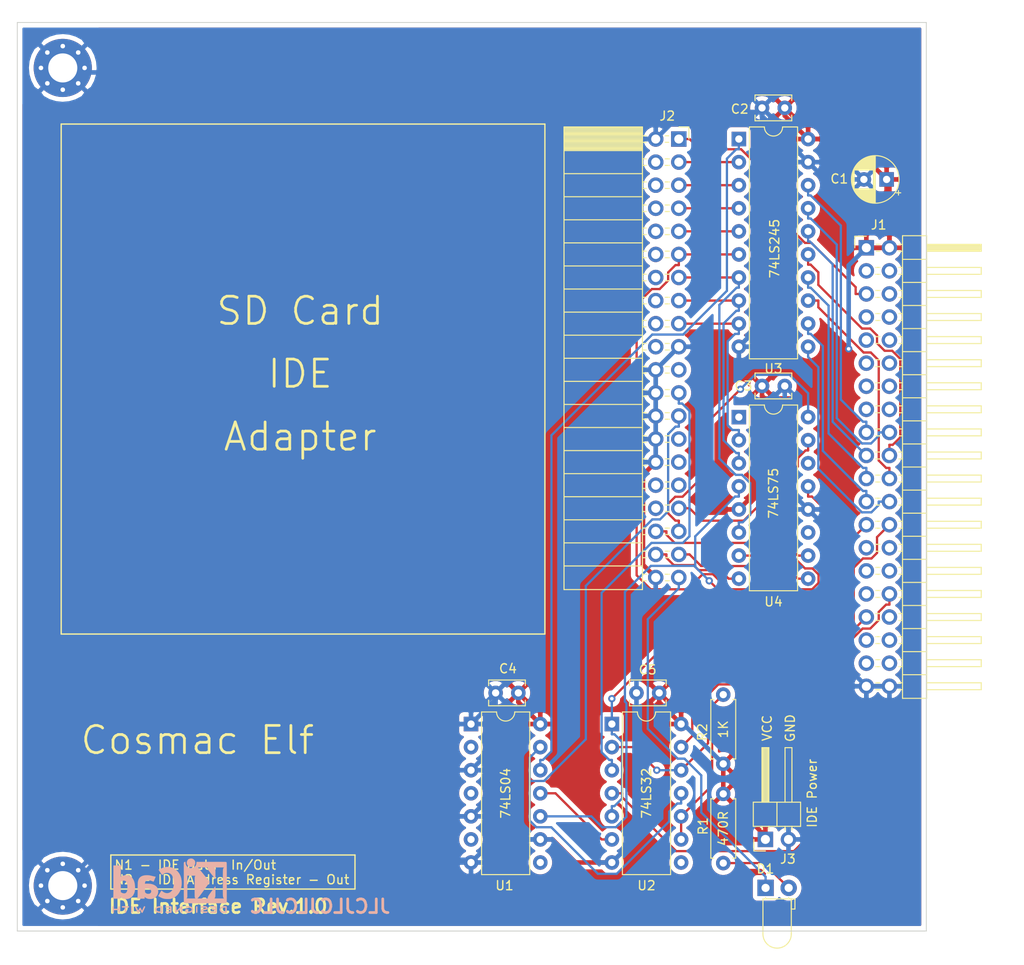
<source format=kicad_pcb>
(kicad_pcb (version 20171130) (host pcbnew 5.1.9)
  (layers (0 F.Cu signal) (31 B.Cu signal) (34 B.Paste user) (35 F.Paste user) (36 B.SilkS user) (37 F.SilkS user) (38 B.Mask user) (39 F.Mask user) (44 Edge.Cuts user))
  (net 0 "")
  (net 1 CLOCK)
  (net 2 GND)
  (net 3 VCC)
  (net 4 ~EF4)
  (net 5 ~EF3)
  (net 6 ~EF2)
  (net 7 ~EF1)
  (net 8 ~N7)
  (net 9 ~IOR)
  (net 10 ~IOW)
  (net 11 D0)
  (net 12 D1)
  (net 13 D2)
  (net 14 D3)
  (net 15 D4)
  (net 16 D5)
  (net 17 D6)
  (net 18 D7)
  (net 19 TPB)
  (net 20 TPA)
  (net 21 ~MRD)
  (net 22 ~MWR)
  (net 23 SC0)
  (net 24 ~INTERRUPT)
  (net 25 SC1)
  (net 26 ~DMA_OUT)
  (net 27 Q)
  (net 28 ~DMA_IN)
  (net 29 ~CLEAR)
  (net 30 ~WAIT)
  (net 31 ~N1)
  (net 32 ~N2)
  (net 33 ~N3)
  (net 34 ~N4)
  (net 35 ~N5)
  (net 36 ~N6)
  (net 37 USER1)
  (net 38 USER2)
  (net 39 "Net-(D1-Pad2)")
  (net 40 ~IDE_ACTIVE)
  (net 41 ~IDE_CS1)
  (net 42 ~IDE_CS0)
  (net 43 IDE_A2)
  (net 44 IDE_A0)
  (net 45 ~IDE_PDIAG)
  (net 46 IDE_A1)
  (net 47 ~IDE_IOCS16)
  (net 48 IDE_INTRQ)
  (net 49 ~IDE_DMARK)
  (net 50 IDE_IORDY)
  (net 51 ~IDE_IOR)
  (net 52 ~IDE_IOW)
  (net 53 IDE_DMARQ)
  (net 54 "Net-(J2-Pad20)")
  (net 55 IDE_D15)
  (net 56 IDE_D0)
  (net 57 IDE_D14)
  (net 58 IDE_D1)
  (net 59 IDE_D13)
  (net 60 IDE_D2)
  (net 61 IDE_D12)
  (net 62 IDE_D3)
  (net 63 IDE_D11)
  (net 64 IDE_D4)
  (net 65 IDE_D10)
  (net 66 IDE_D5)
  (net 67 IDE_D9)
  (net 68 IDE_D6)
  (net 69 IDE_D8)
  (net 70 IDE_D7)
  (net 71 "Net-(U4-Pad14)")
  (net 72 "Net-(U4-Pad11)")
  (net 73 "Net-(U4-Pad1)")
  (net 74 "Net-(U1-Pad10)")
  (net 75 "Net-(U1-Pad12)")
  (net 76 "Net-(U1-Pad11)")
  (net 77 "Net-(U1-Pad6)")
  (net 78 "Net-(U1-Pad4)")
  (net 79 "Net-(U1-Pad2)")
  (net 80 "Net-(U1-Pad8)")
  (net 81 "Net-(U2-Pad8)")
  (net 82 "Net-(R2-Pad2)")
  (module Resistor_THT:R_Axial_DIN0207_L6.3mm_D2.5mm_P7.62mm_Horizontal (layer F.Cu) (at 177.6605 131.5975 90)
    (fp_text reference R2 (at 3.4925 -2.286 90) (layer F.SilkS))
    (fp_text value 1K (at 3.81 0 90) (layer F.SilkS))
    (pad 2 thru_hole oval (at 7.62 0 90) (size 1.6 1.6) (drill 0.8) (layers *.Cu *.Mask) (net 82 "Net-(R2-Pad2)"))
    (pad 1 thru_hole circle (at 0 0 90) (size 1.6 1.6) (drill 0.8) (layers *.Cu *.Mask) (net 3 VCC))
  )
  (module Symbol:KiCad-Logo2_5mm_SilkScreen (layer B.Cu) (at 116.764 144.996 180)
    (fp_text reference REF** hide)
    (fp_text value KiCad-Logo2_5mm_SilkScreen hide)
  )
  (module Capacitor_THT:CP_Radial_D5.0mm_P2.50mm (layer F.Cu) (at 195.631 67.272 180)
    (fp_text reference C1 (at 5.207 0.0635) (layer F.SilkS))
    (fp_text value 10uF)
    (pad 2 thru_hole circle (at 2.5 0 180) (size 1.6 1.6) (drill 0.8) (layers *.Cu *.Mask) (net 2 GND))
    (pad 1 thru_hole rect (at 0 0 180) (size 1.6 1.6) (drill 0.8) (layers *.Cu *.Mask) (net 3 VCC))
  )
  (module Connector_PinHeader_2.54mm:PinHeader_1x02_P2.54mm_Horizontal (layer F.Cu) (at 182.296 139.916 90)
    (fp_text reference J3 (at -2.159 2.4765) (layer F.SilkS))
    (fp_text value Conn_01x02_Male)
    (pad 2 thru_hole oval (at 0 2.54 90) (size 1.7 1.7) (drill 1) (layers *.Cu *.Mask) (net 2 GND))
    (pad 1 thru_hole rect (at 0 0 90) (size 1.7 1.7) (drill 1) (layers *.Cu *.Mask) (net 3 VCC))
  )
  (module Connector_PinSocket_2.54mm:PinSocket_2x20_P2.54mm_Horizontal (layer F.Cu) (at 172.771 62.827)
    (fp_text reference J2 (at -1.27 -2.54 180) (layer F.SilkS))
    (fp_text value Conn_02x20_Odd_Even)
    (pad 40 thru_hole oval (at -2.54 48.26) (size 1.7 1.7) (drill 1) (layers *.Cu *.Mask) (net 2 GND))
    (pad 39 thru_hole oval (at 0 48.26) (size 1.7 1.7) (drill 1) (layers *.Cu *.Mask) (net 40 ~IDE_ACTIVE))
    (pad 38 thru_hole oval (at -2.54 45.72) (size 1.7 1.7) (drill 1) (layers *.Cu *.Mask) (net 41 ~IDE_CS1))
    (pad 37 thru_hole oval (at 0 45.72) (size 1.7 1.7) (drill 1) (layers *.Cu *.Mask) (net 42 ~IDE_CS0))
    (pad 36 thru_hole oval (at -2.54 43.18) (size 1.7 1.7) (drill 1) (layers *.Cu *.Mask) (net 43 IDE_A2))
    (pad 35 thru_hole oval (at 0 43.18) (size 1.7 1.7) (drill 1) (layers *.Cu *.Mask) (net 44 IDE_A0))
    (pad 34 thru_hole oval (at -2.54 40.64) (size 1.7 1.7) (drill 1) (layers *.Cu *.Mask) (net 45 ~IDE_PDIAG))
    (pad 33 thru_hole oval (at 0 40.64) (size 1.7 1.7) (drill 1) (layers *.Cu *.Mask) (net 46 IDE_A1))
    (pad 32 thru_hole oval (at -2.54 38.1) (size 1.7 1.7) (drill 1) (layers *.Cu *.Mask) (net 47 ~IDE_IOCS16))
    (pad 31 thru_hole oval (at 0 38.1) (size 1.7 1.7) (drill 1) (layers *.Cu *.Mask) (net 48 IDE_INTRQ))
    (pad 30 thru_hole oval (at -2.54 35.56) (size 1.7 1.7) (drill 1) (layers *.Cu *.Mask) (net 2 GND))
    (pad 29 thru_hole oval (at 0 35.56) (size 1.7 1.7) (drill 1) (layers *.Cu *.Mask) (net 49 ~IDE_DMARK))
    (pad 28 thru_hole oval (at -2.54 33.02) (size 1.7 1.7) (drill 1) (layers *.Cu *.Mask) (net 2 GND))
    (pad 27 thru_hole oval (at 0 33.02) (size 1.7 1.7) (drill 1) (layers *.Cu *.Mask) (net 50 IDE_IORDY))
    (pad 26 thru_hole oval (at -2.54 30.48) (size 1.7 1.7) (drill 1) (layers *.Cu *.Mask) (net 2 GND))
    (pad 25 thru_hole oval (at 0 30.48) (size 1.7 1.7) (drill 1) (layers *.Cu *.Mask) (net 51 ~IDE_IOR))
    (pad 24 thru_hole oval (at -2.54 27.94) (size 1.7 1.7) (drill 1) (layers *.Cu *.Mask) (net 2 GND))
    (pad 23 thru_hole oval (at 0 27.94) (size 1.7 1.7) (drill 1) (layers *.Cu *.Mask) (net 52 ~IDE_IOW))
    (pad 22 thru_hole oval (at -2.54 25.4) (size 1.7 1.7) (drill 1) (layers *.Cu *.Mask) (net 2 GND))
    (pad 21 thru_hole oval (at 0 25.4) (size 1.7 1.7) (drill 1) (layers *.Cu *.Mask) (net 53 IDE_DMARQ))
    (pad 20 thru_hole oval (at -2.54 22.86) (size 1.7 1.7) (drill 1) (layers *.Cu *.Mask) (net 54 "Net-(J2-Pad20)"))
    (pad 19 thru_hole oval (at 0 22.86) (size 1.7 1.7) (drill 1) (layers *.Cu *.Mask) (net 2 GND))
    (pad 18 thru_hole oval (at -2.54 20.32) (size 1.7 1.7) (drill 1) (layers *.Cu *.Mask) (net 55 IDE_D15))
    (pad 17 thru_hole oval (at 0 20.32) (size 1.7 1.7) (drill 1) (layers *.Cu *.Mask) (net 56 IDE_D0))
    (pad 16 thru_hole oval (at -2.54 17.78) (size 1.7 1.7) (drill 1) (layers *.Cu *.Mask) (net 57 IDE_D14))
    (pad 15 thru_hole oval (at 0 17.78) (size 1.7 1.7) (drill 1) (layers *.Cu *.Mask) (net 58 IDE_D1))
    (pad 14 thru_hole oval (at -2.54 15.24) (size 1.7 1.7) (drill 1) (layers *.Cu *.Mask) (net 59 IDE_D13))
    (pad 13 thru_hole oval (at 0 15.24) (size 1.7 1.7) (drill 1) (layers *.Cu *.Mask) (net 60 IDE_D2))
    (pad 12 thru_hole oval (at -2.54 12.7) (size 1.7 1.7) (drill 1) (layers *.Cu *.Mask) (net 61 IDE_D12))
    (pad 11 thru_hole oval (at 0 12.7) (size 1.7 1.7) (drill 1) (layers *.Cu *.Mask) (net 62 IDE_D3))
    (pad 10 thru_hole oval (at -2.54 10.16) (size 1.7 1.7) (drill 1) (layers *.Cu *.Mask) (net 63 IDE_D11))
    (pad 9 thru_hole oval (at 0 10.16) (size 1.7 1.7) (drill 1) (layers *.Cu *.Mask) (net 64 IDE_D4))
    (pad 8 thru_hole oval (at -2.54 7.62) (size 1.7 1.7) (drill 1) (layers *.Cu *.Mask) (net 65 IDE_D10))
    (pad 7 thru_hole oval (at 0 7.62) (size 1.7 1.7) (drill 1) (layers *.Cu *.Mask) (net 66 IDE_D5))
    (pad 6 thru_hole oval (at -2.54 5.08) (size 1.7 1.7) (drill 1) (layers *.Cu *.Mask) (net 67 IDE_D9))
    (pad 5 thru_hole oval (at 0 5.08) (size 1.7 1.7) (drill 1) (layers *.Cu *.Mask) (net 68 IDE_D6))
    (pad 4 thru_hole oval (at -2.54 2.54) (size 1.7 1.7) (drill 1) (layers *.Cu *.Mask) (net 69 IDE_D8))
    (pad 3 thru_hole oval (at 0 2.54) (size 1.7 1.7) (drill 1) (layers *.Cu *.Mask) (net 70 IDE_D7))
    (pad 2 thru_hole oval (at -2.54 0) (size 1.7 1.7) (drill 1) (layers *.Cu *.Mask) (net 2 GND))
    (pad 1 thru_hole rect (at 0 0) (size 1.7 1.7) (drill 1) (layers *.Cu *.Mask) (net 29 ~CLEAR))
  )
  (module Capacitor_THT:C_Disc_D3.8mm_W2.6mm_P2.50mm (layer F.Cu) (at 170.612 123.787 180)
    (fp_text reference C5 (at 1.27 2.54) (layer F.SilkS))
    (fp_text value 100nF)
    (pad 2 thru_hole circle (at 2.5 0 180) (size 1.6 1.6) (drill 0.8) (layers *.Cu *.Mask) (net 2 GND))
    (pad 1 thru_hole circle (at 0 0 180) (size 1.6 1.6) (drill 0.8) (layers *.Cu *.Mask) (net 3 VCC))
  )
  (module Package_DIP:DIP-16_W7.62mm (layer F.Cu) (at 179.375 93.434)
    (fp_text reference U4 (at 3.81 20.32) (layer F.SilkS))
    (fp_text value 74LS75 (at 3.81 8.382 90) (layer F.SilkS))
    (pad 16 thru_hole oval (at 7.62 0) (size 1.6 1.6) (drill 0.8) (layers *.Cu *.Mask) (net 44 IDE_A0))
    (pad 8 thru_hole oval (at 0 17.78) (size 1.6 1.6) (drill 0.8) (layers *.Cu *.Mask) (net 41 ~IDE_CS1))
    (pad 15 thru_hole oval (at 7.62 2.54) (size 1.6 1.6) (drill 0.8) (layers *.Cu *.Mask) (net 46 IDE_A1))
    (pad 7 thru_hole oval (at 0 15.24) (size 1.6 1.6) (drill 0.8) (layers *.Cu *.Mask) (net 62 IDE_D3))
    (pad 14 thru_hole oval (at 7.62 5.08) (size 1.6 1.6) (drill 0.8) (layers *.Cu *.Mask) (net 71 "Net-(U4-Pad14)"))
    (pad 6 thru_hole oval (at 0 12.7) (size 1.6 1.6) (drill 0.8) (layers *.Cu *.Mask) (net 60 IDE_D2))
    (pad 13 thru_hole oval (at 7.62 7.62) (size 1.6 1.6) (drill 0.8) (layers *.Cu *.Mask) (net 74 "Net-(U1-Pad10)"))
    (pad 5 thru_hole oval (at 0 10.16) (size 1.6 1.6) (drill 0.8) (layers *.Cu *.Mask) (net 3 VCC))
    (pad 12 thru_hole oval (at 7.62 10.16) (size 1.6 1.6) (drill 0.8) (layers *.Cu *.Mask) (net 2 GND))
    (pad 4 thru_hole oval (at 0 7.62) (size 1.6 1.6) (drill 0.8) (layers *.Cu *.Mask) (net 74 "Net-(U1-Pad10)"))
    (pad 11 thru_hole oval (at 7.62 12.7) (size 1.6 1.6) (drill 0.8) (layers *.Cu *.Mask) (net 72 "Net-(U4-Pad11)"))
    (pad 3 thru_hole oval (at 0 5.08) (size 1.6 1.6) (drill 0.8) (layers *.Cu *.Mask) (net 58 IDE_D1))
    (pad 10 thru_hole oval (at 7.62 15.24) (size 1.6 1.6) (drill 0.8) (layers *.Cu *.Mask) (net 43 IDE_A2))
    (pad 2 thru_hole oval (at 0 2.54) (size 1.6 1.6) (drill 0.8) (layers *.Cu *.Mask) (net 56 IDE_D0))
    (pad 9 thru_hole oval (at 7.62 17.78) (size 1.6 1.6) (drill 0.8) (layers *.Cu *.Mask) (net 42 ~IDE_CS0))
    (pad 1 thru_hole rect (at 0 0) (size 1.6 1.6) (drill 0.8) (layers *.Cu *.Mask) (net 73 "Net-(U4-Pad1)"))
  )
  (module Package_DIP:DIP-20_W7.62mm (layer F.Cu) (at 179.375 62.827)
    (fp_text reference U3 (at 3.81 25.273) (layer F.SilkS))
    (fp_text value 74LS245 (at 3.937 12.065 90) (layer F.SilkS))
    (pad 20 thru_hole oval (at 7.62 0) (size 1.6 1.6) (drill 0.8) (layers *.Cu *.Mask) (net 3 VCC))
    (pad 10 thru_hole oval (at 0 22.86) (size 1.6 1.6) (drill 0.8) (layers *.Cu *.Mask) (net 2 GND))
    (pad 19 thru_hole oval (at 7.62 2.54) (size 1.6 1.6) (drill 0.8) (layers *.Cu *.Mask) (net 2 GND))
    (pad 9 thru_hole oval (at 0 20.32) (size 1.6 1.6) (drill 0.8) (layers *.Cu *.Mask) (net 56 IDE_D0))
    (pad 18 thru_hole oval (at 7.62 5.08) (size 1.6 1.6) (drill 0.8) (layers *.Cu *.Mask) (net 18 D7))
    (pad 8 thru_hole oval (at 0 17.78) (size 1.6 1.6) (drill 0.8) (layers *.Cu *.Mask) (net 58 IDE_D1))
    (pad 17 thru_hole oval (at 7.62 7.62) (size 1.6 1.6) (drill 0.8) (layers *.Cu *.Mask) (net 17 D6))
    (pad 7 thru_hole oval (at 0 15.24) (size 1.6 1.6) (drill 0.8) (layers *.Cu *.Mask) (net 60 IDE_D2))
    (pad 16 thru_hole oval (at 7.62 10.16) (size 1.6 1.6) (drill 0.8) (layers *.Cu *.Mask) (net 16 D5))
    (pad 6 thru_hole oval (at 0 12.7) (size 1.6 1.6) (drill 0.8) (layers *.Cu *.Mask) (net 62 IDE_D3))
    (pad 15 thru_hole oval (at 7.62 12.7) (size 1.6 1.6) (drill 0.8) (layers *.Cu *.Mask) (net 15 D4))
    (pad 5 thru_hole oval (at 0 10.16) (size 1.6 1.6) (drill 0.8) (layers *.Cu *.Mask) (net 64 IDE_D4))
    (pad 14 thru_hole oval (at 7.62 15.24) (size 1.6 1.6) (drill 0.8) (layers *.Cu *.Mask) (net 14 D3))
    (pad 4 thru_hole oval (at 0 7.62) (size 1.6 1.6) (drill 0.8) (layers *.Cu *.Mask) (net 66 IDE_D5))
    (pad 13 thru_hole oval (at 7.62 17.78) (size 1.6 1.6) (drill 0.8) (layers *.Cu *.Mask) (net 13 D2))
    (pad 3 thru_hole oval (at 0 5.08) (size 1.6 1.6) (drill 0.8) (layers *.Cu *.Mask) (net 68 IDE_D6))
    (pad 12 thru_hole oval (at 7.62 20.32) (size 1.6 1.6) (drill 0.8) (layers *.Cu *.Mask) (net 12 D1))
    (pad 2 thru_hole oval (at 0 2.54) (size 1.6 1.6) (drill 0.8) (layers *.Cu *.Mask) (net 70 IDE_D7))
    (pad 11 thru_hole oval (at 7.62 22.86) (size 1.6 1.6) (drill 0.8) (layers *.Cu *.Mask) (net 11 D0))
    (pad 1 thru_hole rect (at 0 0) (size 1.6 1.6) (drill 0.8) (layers *.Cu *.Mask) (net 75 "Net-(U1-Pad12)"))
  )
  (module Package_DIP:DIP-14_W7.62mm (layer F.Cu) (at 165.405 127.216)
    (fp_text reference U2 (at 3.81 17.78) (layer F.SilkS))
    (fp_text value 74LS32 (at 3.81 7.62 90) (layer F.SilkS))
    (pad 14 thru_hole oval (at 7.62 0) (size 1.6 1.6) (drill 0.8) (layers *.Cu *.Mask) (net 3 VCC))
    (pad 7 thru_hole oval (at 0 15.24) (size 1.6 1.6) (drill 0.8) (layers *.Cu *.Mask) (net 2 GND))
    (pad 13 thru_hole oval (at 7.62 2.54) (size 1.6 1.6) (drill 0.8) (layers *.Cu *.Mask) (net 9 ~IOR))
    (pad 6 thru_hole oval (at 0 12.7) (size 1.6 1.6) (drill 0.8) (layers *.Cu *.Mask) (net 76 "Net-(U1-Pad11)"))
    (pad 12 thru_hole oval (at 7.62 5.08) (size 1.6 1.6) (drill 0.8) (layers *.Cu *.Mask) (net 31 ~N1))
    (pad 5 thru_hole oval (at 0 10.16) (size 1.6 1.6) (drill 0.8) (layers *.Cu *.Mask) (net 10 ~IOW))
    (pad 11 thru_hole oval (at 7.62 7.62) (size 1.6 1.6) (drill 0.8) (layers *.Cu *.Mask) (net 51 ~IDE_IOR))
    (pad 4 thru_hole oval (at 0 7.62) (size 1.6 1.6) (drill 0.8) (layers *.Cu *.Mask) (net 32 ~N2))
    (pad 10 thru_hole oval (at 7.62 10.16) (size 1.6 1.6) (drill 0.8) (layers *.Cu *.Mask) (net 82 "Net-(R2-Pad2)"))
    (pad 3 thru_hole oval (at 0 5.08) (size 1.6 1.6) (drill 0.8) (layers *.Cu *.Mask) (net 52 ~IDE_IOW))
    (pad 9 thru_hole oval (at 7.62 12.7) (size 1.6 1.6) (drill 0.8) (layers *.Cu *.Mask) (net 82 "Net-(R2-Pad2)"))
    (pad 2 thru_hole oval (at 0 2.54) (size 1.6 1.6) (drill 0.8) (layers *.Cu *.Mask) (net 31 ~N1))
    (pad 8 thru_hole oval (at 7.62 15.24) (size 1.6 1.6) (drill 0.8) (layers *.Cu *.Mask) (net 81 "Net-(U2-Pad8)"))
    (pad 1 thru_hole rect (at 0 0) (size 1.6 1.6) (drill 0.8) (layers *.Cu *.Mask) (net 10 ~IOW))
  )
  (module Package_DIP:DIP-14_W7.62mm (layer F.Cu) (at 149.911 127.216)
    (fp_text reference U1 (at 3.683 17.78) (layer F.SilkS))
    (fp_text value 74LS04 (at 3.81 7.62 90) (layer F.SilkS))
    (pad 14 thru_hole oval (at 7.62 0) (size 1.6 1.6) (drill 0.8) (layers *.Cu *.Mask) (net 3 VCC))
    (pad 7 thru_hole oval (at 0 15.24) (size 1.6 1.6) (drill 0.8) (layers *.Cu *.Mask) (net 2 GND))
    (pad 13 thru_hole oval (at 7.62 2.54) (size 1.6 1.6) (drill 0.8) (layers *.Cu *.Mask) (net 51 ~IDE_IOR))
    (pad 6 thru_hole oval (at 0 12.7) (size 1.6 1.6) (drill 0.8) (layers *.Cu *.Mask) (net 77 "Net-(U1-Pad6)"))
    (pad 12 thru_hole oval (at 7.62 5.08) (size 1.6 1.6) (drill 0.8) (layers *.Cu *.Mask) (net 75 "Net-(U1-Pad12)"))
    (pad 5 thru_hole oval (at 0 10.16) (size 1.6 1.6) (drill 0.8) (layers *.Cu *.Mask) (net 2 GND))
    (pad 11 thru_hole oval (at 7.62 7.62) (size 1.6 1.6) (drill 0.8) (layers *.Cu *.Mask) (net 76 "Net-(U1-Pad11)"))
    (pad 4 thru_hole oval (at 0 7.62) (size 1.6 1.6) (drill 0.8) (layers *.Cu *.Mask) (net 78 "Net-(U1-Pad4)"))
    (pad 10 thru_hole oval (at 7.62 10.16) (size 1.6 1.6) (drill 0.8) (layers *.Cu *.Mask) (net 74 "Net-(U1-Pad10)"))
    (pad 3 thru_hole oval (at 0 5.08) (size 1.6 1.6) (drill 0.8) (layers *.Cu *.Mask) (net 2 GND))
    (pad 9 thru_hole oval (at 7.62 12.7) (size 1.6 1.6) (drill 0.8) (layers *.Cu *.Mask) (net 2 GND))
    (pad 2 thru_hole oval (at 0 2.54) (size 1.6 1.6) (drill 0.8) (layers *.Cu *.Mask) (net 79 "Net-(U1-Pad2)"))
    (pad 8 thru_hole oval (at 7.62 15.24) (size 1.6 1.6) (drill 0.8) (layers *.Cu *.Mask) (net 80 "Net-(U1-Pad8)"))
    (pad 1 thru_hole rect (at 0 0) (size 1.6 1.6) (drill 0.8) (layers *.Cu *.Mask) (net 2 GND))
  )
  (module Resistor_THT:R_Axial_DIN0207_L6.3mm_D2.5mm_P7.62mm_Horizontal (layer F.Cu) (at 177.66 134.9 270)
    (fp_text reference R1 (at 3.5555 2.222 270) (layer F.SilkS))
    (fp_text value 470R (at 3.81 0 90) (layer F.SilkS))
    (pad 2 thru_hole oval (at 7.62 0 270) (size 1.6 1.6) (drill 0.8) (layers *.Cu *.Mask) (net 39 "Net-(D1-Pad2)"))
    (pad 1 thru_hole circle (at 0 0 270) (size 1.6 1.6) (drill 0.8) (layers *.Cu *.Mask) (net 3 VCC))
  )
  (module LED_THT:LED_D3.0mm_Horizontal_O1.27mm_Z2.0mm (layer F.Cu) (at 182.316 145.25)
    (fp_text reference D1 (at -0.02 -2.0955) (layer F.SilkS))
    (fp_text value LED)
    (pad 2 thru_hole circle (at 2.54 0) (size 1.8 1.8) (drill 0.9) (layers *.Cu *.Mask) (net 39 "Net-(D1-Pad2)"))
    (pad 1 thru_hole rect (at 0 0) (size 1.8 1.8) (drill 0.9) (layers *.Cu *.Mask) (net 40 ~IDE_ACTIVE))
  )
  (module Capacitor_THT:C_Disc_D3.8mm_W2.6mm_P2.50mm (layer F.Cu) (at 155.118 123.787 180)
    (fp_text reference C4 (at 1.143 2.667) (layer F.SilkS))
    (fp_text value 100nF)
    (pad 2 thru_hole circle (at 2.5 0 180) (size 1.6 1.6) (drill 0.8) (layers *.Cu *.Mask) (net 2 GND))
    (pad 1 thru_hole circle (at 0 0 180) (size 1.6 1.6) (drill 0.8) (layers *.Cu *.Mask) (net 3 VCC))
  )
  (module Capacitor_THT:C_Disc_D3.8mm_W2.6mm_P2.50mm (layer F.Cu) (at 181.925 90.005)
    (fp_text reference C3 (at -2.042 0) (layer F.SilkS))
    (fp_text value 100nF)
    (pad 2 thru_hole circle (at 2.5 0) (size 1.6 1.6) (drill 0.8) (layers *.Cu *.Mask) (net 2 GND))
    (pad 1 thru_hole circle (at 0 0) (size 1.6 1.6) (drill 0.8) (layers *.Cu *.Mask) (net 3 VCC))
  )
  (module Capacitor_THT:C_Disc_D3.8mm_W2.6mm_P2.50mm (layer F.Cu) (at 184.425 59.398 180)
    (fp_text reference C2 (at 4.953 -0.127) (layer F.SilkS))
    (fp_text value 100nF)
    (pad 2 thru_hole circle (at 2.5 0 180) (size 1.6 1.6) (drill 0.8) (layers *.Cu *.Mask) (net 2 GND))
    (pad 1 thru_hole circle (at 0 0 180) (size 1.6 1.6) (drill 0.8) (layers *.Cu *.Mask) (net 3 VCC))
  )
  (module MountingHole:MountingHole_3.2mm_M3_Pad_Via (layer F.Cu) (at 105 145)
    (fp_text reference H2 hide)
    (fp_text value "Mounting Hole" hide)
    (pad 1 thru_hole circle (at 1.697056 -1.697056) (size 0.8 0.8) (drill 0.5) (layers *.Cu *.Mask) (net 2 GND))
    (pad 1 thru_hole circle (at 0 -2.4) (size 0.8 0.8) (drill 0.5) (layers *.Cu *.Mask) (net 2 GND))
    (pad 1 thru_hole circle (at -1.697056 -1.697056) (size 0.8 0.8) (drill 0.5) (layers *.Cu *.Mask) (net 2 GND))
    (pad 1 thru_hole circle (at -2.4 0) (size 0.8 0.8) (drill 0.5) (layers *.Cu *.Mask) (net 2 GND))
    (pad 1 thru_hole circle (at -1.697056 1.697056) (size 0.8 0.8) (drill 0.5) (layers *.Cu *.Mask) (net 2 GND))
    (pad 1 thru_hole circle (at 0 2.4) (size 0.8 0.8) (drill 0.5) (layers *.Cu *.Mask) (net 2 GND))
    (pad 1 thru_hole circle (at 1.697056 1.697056) (size 0.8 0.8) (drill 0.5) (layers *.Cu *.Mask) (net 2 GND))
    (pad 1 thru_hole circle (at 2.4 0) (size 0.8 0.8) (drill 0.5) (layers *.Cu *.Mask) (net 2 GND))
    (pad 1 thru_hole circle (at 0 0) (size 6.4 6.4) (drill 3.2) (layers *.Cu *.Mask) (net 2 GND))
  )
  (module MountingHole:MountingHole_3.2mm_M3_Pad_Via (layer F.Cu) (at 105 55)
    (fp_text reference H1 hide)
    (fp_text value "Mounting Hole" hide)
    (pad 1 thru_hole circle (at 1.697056 -1.697056) (size 0.8 0.8) (drill 0.5) (layers *.Cu *.Mask) (net 2 GND))
    (pad 1 thru_hole circle (at 0 -2.4) (size 0.8 0.8) (drill 0.5) (layers *.Cu *.Mask) (net 2 GND))
    (pad 1 thru_hole circle (at -1.697056 -1.697056) (size 0.8 0.8) (drill 0.5) (layers *.Cu *.Mask) (net 2 GND))
    (pad 1 thru_hole circle (at -2.4 0) (size 0.8 0.8) (drill 0.5) (layers *.Cu *.Mask) (net 2 GND))
    (pad 1 thru_hole circle (at -1.697056 1.697056) (size 0.8 0.8) (drill 0.5) (layers *.Cu *.Mask) (net 2 GND))
    (pad 1 thru_hole circle (at 0 2.4) (size 0.8 0.8) (drill 0.5) (layers *.Cu *.Mask) (net 2 GND))
    (pad 1 thru_hole circle (at 1.697056 1.697056) (size 0.8 0.8) (drill 0.5) (layers *.Cu *.Mask) (net 2 GND))
    (pad 1 thru_hole circle (at 2.4 0) (size 0.8 0.8) (drill 0.5) (layers *.Cu *.Mask) (net 2 GND))
    (pad 1 thru_hole circle (at 0 0) (size 6.4 6.4) (drill 3.2) (layers *.Cu *.Mask) (net 2 GND))
  )
  (module Connector_PinHeader_2.54mm:PinHeader_2x20_P2.54mm_Horizontal (layer F.Cu) (at 193.4 74.797)
    (fp_text reference J1 (at 1.361 -2.521) (layer F.SilkS))
    (fp_text value Conn_02x20_Odd_Even)
    (pad 40 thru_hole oval (at 2.54 48.26) (size 1.7 1.7) (drill 1) (layers *.Cu *.Mask) (net 2 GND))
    (pad 39 thru_hole oval (at 0 48.26) (size 1.7 1.7) (drill 1) (layers *.Cu *.Mask) (net 2 GND))
    (pad 38 thru_hole oval (at 2.54 45.72) (size 1.7 1.7) (drill 1) (layers *.Cu *.Mask) (net 4 ~EF4))
    (pad 37 thru_hole oval (at 0 45.72) (size 1.7 1.7) (drill 1) (layers *.Cu *.Mask) (net 5 ~EF3))
    (pad 36 thru_hole oval (at 2.54 43.18) (size 1.7 1.7) (drill 1) (layers *.Cu *.Mask) (net 6 ~EF2))
    (pad 35 thru_hole oval (at 0 43.18) (size 1.7 1.7) (drill 1) (layers *.Cu *.Mask) (net 7 ~EF1))
    (pad 34 thru_hole oval (at 2.54 40.64) (size 1.7 1.7) (drill 1) (layers *.Cu *.Mask) (net 37 USER1))
    (pad 33 thru_hole oval (at 0 40.64) (size 1.7 1.7) (drill 1) (layers *.Cu *.Mask) (net 31 ~N1))
    (pad 32 thru_hole oval (at 2.54 38.1) (size 1.7 1.7) (drill 1) (layers *.Cu *.Mask) (net 32 ~N2))
    (pad 31 thru_hole oval (at 0 38.1) (size 1.7 1.7) (drill 1) (layers *.Cu *.Mask) (net 33 ~N3))
    (pad 30 thru_hole oval (at 2.54 35.56) (size 1.7 1.7) (drill 1) (layers *.Cu *.Mask) (net 34 ~N4))
    (pad 29 thru_hole oval (at 0 35.56) (size 1.7 1.7) (drill 1) (layers *.Cu *.Mask) (net 35 ~N5))
    (pad 28 thru_hole oval (at 2.54 33.02) (size 1.7 1.7) (drill 1) (layers *.Cu *.Mask) (net 36 ~N6))
    (pad 27 thru_hole oval (at 0 33.02) (size 1.7 1.7) (drill 1) (layers *.Cu *.Mask) (net 8 ~N7))
    (pad 26 thru_hole oval (at 2.54 30.48) (size 1.7 1.7) (drill 1) (layers *.Cu *.Mask) (net 9 ~IOR))
    (pad 25 thru_hole oval (at 0 30.48) (size 1.7 1.7) (drill 1) (layers *.Cu *.Mask) (net 10 ~IOW))
    (pad 24 thru_hole oval (at 2.54 27.94) (size 1.7 1.7) (drill 1) (layers *.Cu *.Mask) (net 11 D0))
    (pad 23 thru_hole oval (at 0 27.94) (size 1.7 1.7) (drill 1) (layers *.Cu *.Mask) (net 12 D1))
    (pad 22 thru_hole oval (at 2.54 25.4) (size 1.7 1.7) (drill 1) (layers *.Cu *.Mask) (net 13 D2))
    (pad 21 thru_hole oval (at 0 25.4) (size 1.7 1.7) (drill 1) (layers *.Cu *.Mask) (net 14 D3))
    (pad 20 thru_hole oval (at 2.54 22.86) (size 1.7 1.7) (drill 1) (layers *.Cu *.Mask) (net 15 D4))
    (pad 19 thru_hole oval (at 0 22.86) (size 1.7 1.7) (drill 1) (layers *.Cu *.Mask) (net 16 D5))
    (pad 18 thru_hole oval (at 2.54 20.32) (size 1.7 1.7) (drill 1) (layers *.Cu *.Mask) (net 17 D6))
    (pad 17 thru_hole oval (at 0 20.32) (size 1.7 1.7) (drill 1) (layers *.Cu *.Mask) (net 18 D7))
    (pad 16 thru_hole oval (at 2.54 17.78) (size 1.7 1.7) (drill 1) (layers *.Cu *.Mask) (net 19 TPB))
    (pad 15 thru_hole oval (at 0 17.78) (size 1.7 1.7) (drill 1) (layers *.Cu *.Mask) (net 38 USER2))
    (pad 14 thru_hole oval (at 2.54 15.24) (size 1.7 1.7) (drill 1) (layers *.Cu *.Mask) (net 20 TPA))
    (pad 13 thru_hole oval (at 0 15.24) (size 1.7 1.7) (drill 1) (layers *.Cu *.Mask) (net 21 ~MRD))
    (pad 12 thru_hole oval (at 2.54 12.7) (size 1.7 1.7) (drill 1) (layers *.Cu *.Mask) (net 22 ~MWR))
    (pad 11 thru_hole oval (at 0 12.7) (size 1.7 1.7) (drill 1) (layers *.Cu *.Mask) (net 23 SC0))
    (pad 10 thru_hole oval (at 2.54 10.16) (size 1.7 1.7) (drill 1) (layers *.Cu *.Mask) (net 24 ~INTERRUPT))
    (pad 9 thru_hole oval (at 0 10.16) (size 1.7 1.7) (drill 1) (layers *.Cu *.Mask) (net 25 SC1))
    (pad 8 thru_hole oval (at 2.54 7.62) (size 1.7 1.7) (drill 1) (layers *.Cu *.Mask) (net 26 ~DMA_OUT))
    (pad 7 thru_hole oval (at 0 7.62) (size 1.7 1.7) (drill 1) (layers *.Cu *.Mask) (net 27 Q))
    (pad 6 thru_hole oval (at 2.54 5.08) (size 1.7 1.7) (drill 1) (layers *.Cu *.Mask) (net 28 ~DMA_IN))
    (pad 5 thru_hole oval (at 0 5.08) (size 1.7 1.7) (drill 1) (layers *.Cu *.Mask) (net 29 ~CLEAR))
    (pad 4 thru_hole oval (at 2.54 2.54) (size 1.7 1.7) (drill 1) (layers *.Cu *.Mask) (net 1 CLOCK))
    (pad 3 thru_hole oval (at 0 2.54) (size 1.7 1.7) (drill 1) (layers *.Cu *.Mask) (net 30 ~WAIT))
    (pad 2 thru_hole oval (at 2.54 0) (size 1.7 1.7) (drill 1) (layers *.Cu *.Mask) (net 3 VCC))
    (pad 1 thru_hole rect (at 0 0) (size 1.7 1.7) (drill 1) (layers *.Cu *.Mask) (net 3 VCC))
  )
  (gr_line (start 137.1475 145.377) (end 110.287 145.377) (layer F.SilkS) (width 0.15))
  (gr_line (start 137.1475 141.6305) (end 137.1475 145.377) (layer F.SilkS) (width 0.15))
  (gr_line (start 110.287 141.6305) (end 137.1475 141.6305) (layer F.SilkS) (width 0.15))
  (gr_line (start 110.287 145.377) (end 110.287 141.6305) (layer F.SilkS) (width 0.15))
  (gr_text "N1 - IDE Data  In/Out\nN2 - IDE Address Register - Out" (at 110.6045 143.5355) (layer F.SilkS) (effects (font (size 1 1)) (justify left)))
  (gr_text "IDE Power" (at 187.4395 134.836 90) (layer F.SilkS) (effects (font (size 1 1))))
  (gr_text GND (at 185.0265 127.6605 90) (layer F.SilkS) (effects (font (size 1 1))))
  (gr_text VCC (at 182.4865 127.6605 90) (layer F.SilkS) (effects (font (size 1 1))))
  (gr_text Adapter (at 131.115 95.593) (layer F.SilkS) (effects (font (size 3 3) (thickness 0.3))))
  (gr_text "SD Card" (at 131.115 81.75) (layer F.SilkS) (effects (font (size 3 3) (thickness 0.3))))
  (gr_text IDE (at 131.115 88.6715) (layer F.SilkS) (effects (font (size 3 3) (thickness 0.3))))
  (gr_line (start 158.039 117.31) (end 158.039 61.176) (layer F.SilkS) (width 0.15))
  (gr_line (start 104.826 117.31) (end 158.039 117.31) (layer F.SilkS) (width 0.15))
  (gr_line (start 104.826 61.176) (end 104.826 117.31) (layer F.SilkS) (width 0.15))
  (gr_line (start 158.039 61.176) (end 104.826 61.176) (layer F.SilkS) (width 0.15))
  (gr_text "IDE Interface Rev.1.0" (at 122.098 147.282) (layer F.SilkS) (effects (font (size 1.5 1.5) (thickness 0.3))))
  (gr_text "Cosmac Elf" (at 119.812 128.994) (layer F.SilkS) (effects (font (size 3 3) (thickness 0.3))))
  (gr_text JLCJLCJLCJLC (at 133.274 147.282) (layer B.SilkS) (effects (font (size 1.5 1.5) (thickness 0.3)) (justify mirror)))
  (gr_line (start 100 150) (end 100 50) (layer Edge.Cuts) (width 0.1))
  (gr_line (start 200 50) (end 200 150) (layer Edge.Cuts) (width 0.1))
  (gr_line (start 100 50) (end 200 50) (layer Edge.Cuts) (width 0.1))
  (gr_line (start 200 150) (end 100 150) (layer Edge.Cuts) (width 0.1))
  (segment (start 107.4 143.5784) (end 106.9726 143.5784) (width 0.5) (layer B.Cu) (net 2))
  (segment (start 106.9726 143.5784) (end 106.6971 143.3029) (width 0.5) (layer B.Cu) (net 2))
  (segment (start 150.2101 142.1569) (end 108.8215 142.1569) (width 0.5) (layer B.Cu) (net 2))
  (segment (start 108.8215 142.1569) (end 107.4 143.5784) (width 0.5) (layer B.Cu) (net 2))
  (segment (start 107.4 143.5784) (end 107.4 145) (width 0.5) (layer B.Cu) (net 2))
  (segment (start 105.326 143.3029) (end 105 142.9769) (width 0.5) (layer B.Cu) (net 2))
  (segment (start 106.6971 143.3029) (end 105.326 143.3029) (width 0.5) (layer B.Cu) (net 2))
  (segment (start 105 145) (end 105.326 144.674) (width 0.5) (layer B.Cu) (net 2))
  (segment (start 105.326 144.674) (end 105.326 143.3029) (width 0.5) (layer B.Cu) (net 2))
  (segment (start 105 142.9769) (end 103.6289 142.9769) (width 0.5) (layer B.Cu) (net 2))
  (segment (start 103.6289 142.9769) (end 103.3029 143.3029) (width 0.5) (layer B.Cu) (net 2))
  (segment (start 105 142.6) (end 105 142.9769) (width 0.5) (layer B.Cu) (net 2))
  (segment (start 105.3514 56.6971) (end 105 57.0485) (width 0.5) (layer B.Cu) (net 2))
  (segment (start 106.6971 56.6971) (end 105.3514 56.6971) (width 0.5) (layer B.Cu) (net 2))
  (segment (start 105.3514 56.6971) (end 105.3514 55.3514) (width 0.5) (layer B.Cu) (net 2))
  (segment (start 105.3514 55.3514) (end 105 55) (width 0.5) (layer B.Cu) (net 2))
  (segment (start 181.925 59.8475) (end 173.2105 59.8475) (width 0.5) (layer B.Cu) (net 2))
  (segment (start 173.2105 59.8475) (end 170.231 62.827) (width 0.5) (layer B.Cu) (net 2))
  (segment (start 181.925 59.8475) (end 181.925 59.398) (width 0.5) (layer B.Cu) (net 2))
  (segment (start 181.925 60.297) (end 181.925 59.8475) (width 0.5) (layer B.Cu) (net 2))
  (segment (start 181.925 59.8475) (end 181.925 60.297) (width 0.5) (layer B.Cu) (net 2))
  (segment (start 181.925 59.398) (end 181.925 59.8475) (width 0.5) (layer B.Cu) (net 2))
  (segment (start 170.231 111.087) (end 168.8293 109.6853) (width 0.5) (layer F.Cu) (net 2))
  (segment (start 168.8293 99.7887) (end 170.231 98.387) (width 0.5) (layer F.Cu) (net 2))
  (segment (start 107.8971 55.4971) (end 106.6971 56.6971) (width 0.5) (layer B.Cu) (net 2))
  (segment (start 168.8307 62.827) (end 161.5008 55.4971) (width 0.5) (layer B.Cu) (net 2))
  (segment (start 161.5008 55.4971) (end 107.8971 55.4971) (width 0.5) (layer B.Cu) (net 2))
  (segment (start 107.4 55) (end 107.8971 55.4971) (width 0.5) (layer B.Cu) (net 2))
  (segment (start 150.2101 142.1569) (end 152.618 139.749) (width 0.5) (layer B.Cu) (net 2))
  (segment (start 152.618 139.749) (end 152.618 137.844) (width 0.5) (layer B.Cu) (net 2))
  (segment (start 149.911 142.456) (end 150.2101 142.1569) (width 0.5) (layer B.Cu) (net 2))
  (segment (start 105 57.0485) (end 103.6543 57.0485) (width 0.5) (layer B.Cu) (net 2))
  (segment (start 103.6543 57.0485) (end 103.3029 56.6971) (width 0.5) (layer B.Cu) (net 2))
  (segment (start 105 57.0485) (end 105 57.4) (width 0.5) (layer B.Cu) (net 2))
  (segment (start 170.231 62.827) (end 168.8307 62.827) (width 0.5) (layer B.Cu) (net 2))
  (segment (start 105 147.4) (end 105.9942 147.4) (width 0.5) (layer B.Cu) (net 2))
  (segment (start 105.9942 147.4) (end 106.6971 146.6971) (width 0.5) (layer B.Cu) (net 2))
  (segment (start 193.4 123.057) (end 193.4 124.4573) (width 0.5) (layer B.Cu) (net 2))
  (segment (start 184.836 139.916) (end 184.836 133.0213) (width 0.5) (layer B.Cu) (net 2))
  (segment (start 184.836 133.0213) (end 193.4 124.4573) (width 0.5) (layer B.Cu) (net 2))
  (segment (start 170.231 95.847) (end 170.231 98.387) (width 0.5) (layer B.Cu) (net 2))
  (segment (start 170.231 93.307) (end 170.231 95.847) (width 0.5) (layer B.Cu) (net 2))
  (segment (start 170.231 90.767) (end 170.231 93.307) (width 0.5) (layer B.Cu) (net 2))
  (segment (start 170.231 88.227) (end 170.231 90.767) (width 0.5) (layer B.Cu) (net 2))
  (segment (start 102.6 145) (end 103.3029 144.2971) (width 0.5) (layer B.Cu) (net 2))
  (segment (start 103.3029 144.2971) (end 103.3029 143.3029) (width 0.5) (layer B.Cu) (net 2))
  (segment (start 103.3029 146.6971) (end 102.6 145.9942) (width 0.5) (layer B.Cu) (net 2))
  (segment (start 102.6 145.9942) (end 102.6 145) (width 0.5) (layer B.Cu) (net 2))
  (segment (start 107.4 145) (end 106.6971 145.7029) (width 0.5) (layer B.Cu) (net 2))
  (segment (start 106.6971 145.7029) (end 106.6971 146.6971) (width 0.5) (layer B.Cu) (net 2))
  (segment (start 105 53.3029) (end 105 52.6) (width 0.5) (layer B.Cu) (net 2))
  (segment (start 105 53.8) (end 105 53.3029) (width 0.5) (layer B.Cu) (net 2))
  (segment (start 105 53.3029) (end 106.6971 53.3029) (width 0.5) (layer B.Cu) (net 2))
  (segment (start 105 55) (end 105 53.8) (width 0.5) (layer B.Cu) (net 2))
  (segment (start 103.3029 53.8) (end 103.3029 53.3029) (width 0.5) (layer B.Cu) (net 2))
  (segment (start 102.6 55) (end 103.3029 54.2971) (width 0.5) (layer B.Cu) (net 2))
  (segment (start 103.3029 54.2971) (end 103.3029 53.8) (width 0.5) (layer B.Cu) (net 2))
  (segment (start 103.3029 53.8) (end 105 53.8) (width 0.5) (layer B.Cu) (net 2))
  (segment (start 193.4 123.057) (end 188.8148 118.4718) (width 0.5) (layer B.Cu) (net 2))
  (segment (start 188.8148 118.4718) (end 188.8148 105.4138) (width 0.5) (layer B.Cu) (net 2))
  (segment (start 188.8148 105.4138) (end 186.995 103.594) (width 0.5) (layer B.Cu) (net 2))
  (segment (start 195.94 123.057) (end 193.4 123.057) (width 0.5) (layer B.Cu) (net 2))
  (segment (start 170.231 111.087) (end 170.231 112.4873) (width 0.5) (layer B.Cu) (net 2))
  (segment (start 168.112 123.787) (end 168.112 114.6063) (width 0.5) (layer B.Cu) (net 2))
  (segment (start 168.112 114.6063) (end 170.231 112.4873) (width 0.5) (layer B.Cu) (net 2))
  (segment (start 168.112 123.787) (end 168.112 139.749) (width 0.5) (layer B.Cu) (net 2))
  (segment (start 168.112 139.749) (end 165.405 142.456) (width 0.5) (layer B.Cu) (net 2))
  (segment (start 157.531 139.916) (end 158.8813 139.916) (width 0.5) (layer F.Cu) (net 2))
  (segment (start 161.4213 142.456) (end 165.405 142.456) (width 0.5) (layer F.Cu) (net 2))
  (segment (start 152.618 134.669) (end 152.618 134.368) (width 0.5) (layer B.Cu) (net 2))
  (segment (start 152.618 137.844) (end 152.618 134.669) (width 0.5) (layer B.Cu) (net 2))
  (segment (start 152.618 124.509) (end 152.618 123.787) (width 0.5) (layer B.Cu) (net 2))
  (segment (start 152.618 129.098) (end 152.618 124.509) (width 0.5) (layer B.Cu) (net 2))
  (segment (start 152.618 129.589) (end 152.618 129.098) (width 0.5) (layer B.Cu) (net 2))
  (segment (start 152.618 134.368) (end 152.618 129.589) (width 0.5) (layer B.Cu) (net 2))
  (segment (start 186.995 65.367) (end 181.925 60.297) (width 0.5) (layer B.Cu) (net 2))
  (segment (start 181.925 60.297) (end 181.925 83.137) (width 0.5) (layer B.Cu) (net 2))
  (segment (start 181.925 83.137) (end 179.375 85.687) (width 0.5) (layer B.Cu) (net 2))
  (segment (start 184.425 90.005) (end 184.425 101.024) (width 0.5) (layer B.Cu) (net 2))
  (segment (start 184.425 101.024) (end 186.995 103.594) (width 0.5) (layer B.Cu) (net 2))
  (segment (start 157.531 139.916) (end 154.69 139.916) (width 0.5) (layer B.Cu) (net 2))
  (segment (start 154.69 139.916) (end 152.618 137.844) (width 0.5) (layer B.Cu) (net 2))
  (segment (start 149.911 132.296) (end 152.618 129.589) (width 0.5) (layer B.Cu) (net 2))
  (segment (start 152.618 129.589) (end 152.618 129.098) (width 0.5) (layer B.Cu) (net 2))
  (segment (start 149.911 137.376) (end 152.618 134.669) (width 0.5) (layer B.Cu) (net 2))
  (segment (start 152.618 134.669) (end 152.618 134.368) (width 0.5) (layer B.Cu) (net 2))
  (segment (start 152.618 123.787) (end 152.618 124.509) (width 0.5) (layer B.Cu) (net 2))
  (segment (start 152.618 124.509) (end 149.911 127.216) (width 0.5) (layer B.Cu) (net 2))
  (segment (start 172.771 85.687) (end 170.231 88.227) (width 0.5) (layer B.Cu) (net 2))
  (segment (start 168.8293 109.6853) (end 168.8293 99.7887) (width 0.5) (layer F.Cu) (net 2))
  (segment (start 188.9 67.272) (end 186.995 65.367) (width 0.5) (layer B.Cu) (net 2))
  (segment (start 193.131 67.272) (end 188.9 67.272) (width 0.5) (layer B.Cu) (net 2))
  (segment (start 158.8813 139.916) (end 161.4213 142.456) (width 0.5) (layer F.Cu) (net 2))
  (segment (start 181.925 91.0952) (end 181.925 101.044) (width 0.5) (layer F.Cu) (net 3))
  (segment (start 181.925 101.044) (end 179.375 103.594) (width 0.5) (layer F.Cu) (net 3))
  (segment (start 181.925 90.005) (end 181.925 91.0952) (width 0.5) (layer F.Cu) (net 3))
  (segment (start 191.4546 85.9194) (end 185.9914 91.3826) (width 0.5) (layer F.Cu) (net 3))
  (segment (start 185.9914 91.3826) (end 182.2124 91.3826) (width 0.5) (layer F.Cu) (net 3))
  (segment (start 182.2124 91.3826) (end 181.925 91.0952) (width 0.5) (layer F.Cu) (net 3))
  (segment (start 193.4 74.797) (end 191.4546 76.7424) (width 0.5) (layer B.Cu) (net 3))
  (segment (start 191.4546 76.7424) (end 191.4546 85.9194) (width 0.5) (layer B.Cu) (net 3))
  (segment (start 158.8813 127.216) (end 160.4875 125.6098) (width 0.5) (layer F.Cu) (net 3))
  (segment (start 160.4875 125.6098) (end 169.8052 125.6098) (width 0.5) (layer F.Cu) (net 3))
  (segment (start 169.8052 125.6098) (end 170.612 124.803) (width 0.5) (layer F.Cu) (net 3))
  (segment (start 195.631 67.272) (end 191.186 62.827) (width 0.5) (layer F.Cu) (net 3))
  (segment (start 191.186 62.827) (end 186.995 62.827) (width 0.5) (layer F.Cu) (net 3))
  (segment (start 195.94 74.797) (end 195.94 67.581) (width 0.5) (layer F.Cu) (net 3))
  (segment (start 195.94 67.581) (end 195.631 67.272) (width 0.5) (layer F.Cu) (net 3))
  (segment (start 157.531 127.216) (end 158.8813 127.216) (width 0.5) (layer F.Cu) (net 3))
  (segment (start 170.612 123.787) (end 170.612 124.803) (width 0.5) (layer F.Cu) (net 3))
  (segment (start 170.612 124.803) (end 173.025 127.216) (width 0.5) (layer F.Cu) (net 3))
  (segment (start 184.425 59.398) (end 184.425 60.257) (width 0.5) (layer F.Cu) (net 3))
  (segment (start 184.425 60.257) (end 186.995 62.827) (width 0.5) (layer F.Cu) (net 3))
  (segment (start 155.118 123.787) (end 155.118 124.803) (width 0.5) (layer F.Cu) (net 3))
  (segment (start 155.118 124.803) (end 157.531 127.216) (width 0.5) (layer F.Cu) (net 3))
  (segment (start 193.4 74.797) (end 195.94 74.797) (width 0.5) (layer F.Cu) (net 3))
  (via (at 191.4546 85.9194) (size 0.8) (layers F.Cu B.Cu) (net 3))
  (segment (start 182.296 139.536) (end 182.296 139.916) (width 0.5) (layer F.Cu) (net 3))
  (segment (start 177.66 134.9) (end 182.296 139.536) (width 0.5) (layer F.Cu) (net 3))
  (segment (start 177.6605 134.8995) (end 177.66 134.9) (width 0.5) (layer F.Cu) (net 3))
  (segment (start 177.6605 131.5975) (end 177.6605 134.8995) (width 0.5) (layer F.Cu) (net 3))
  (segment (start 173.279 127.216) (end 173.025 127.216) (width 0.5) (layer B.Cu) (net 3))
  (segment (start 177.6605 131.5975) (end 173.279 127.216) (width 0.5) (layer B.Cu) (net 3))
  (segment (start 195.94 105.277) (end 194.575001 106.641999) (width 0.25) (layer F.Cu) (net 9))
  (segment (start 194.575001 108.381001) (end 193.964001 108.992001) (width 0.25) (layer F.Cu) (net 9))
  (segment (start 194.575001 106.641999) (end 194.575001 108.381001) (width 0.25) (layer F.Cu) (net 9))
  (segment (start 174.250001 128.530999) (end 173.025 129.756) (width 0.25) (layer F.Cu) (net 9))
  (segment (start 176.934099 122.402488) (end 174.250001 125.086586) (width 0.25) (layer F.Cu) (net 9))
  (segment (start 174.250001 125.086586) (end 174.250001 128.530999) (width 0.25) (layer F.Cu) (net 9))
  (segment (start 185.725 122.39) (end 176.934099 122.402488) (width 0.25) (layer F.Cu) (net 9))
  (segment (start 193.025997 108.992001) (end 192.0115 110.006498) (width 0.25) (layer F.Cu) (net 9))
  (segment (start 193.964001 108.992001) (end 193.025997 108.992001) (width 0.25) (layer F.Cu) (net 9))
  (segment (start 192.0115 116.1035) (end 185.725 122.39) (width 0.25) (layer F.Cu) (net 9))
  (segment (start 192.0115 110.006498) (end 192.0115 116.1035) (width 0.25) (layer F.Cu) (net 9))
  (segment (start 165.405 137.376) (end 165.405 136.2507) (width 0.25) (layer B.Cu) (net 10))
  (segment (start 165.405 127.216) (end 165.405 128.3413) (width 0.25) (layer B.Cu) (net 10))
  (segment (start 165.405 128.3413) (end 165.6863 128.3413) (width 0.25) (layer B.Cu) (net 10))
  (segment (start 165.6863 128.3413) (end 166.5303 129.1853) (width 0.25) (layer B.Cu) (net 10))
  (segment (start 166.5303 129.1853) (end 166.5303 135.4068) (width 0.25) (layer B.Cu) (net 10))
  (segment (start 166.5303 135.4068) (end 165.6864 136.2507) (width 0.25) (layer B.Cu) (net 10))
  (segment (start 165.6864 136.2507) (end 165.405 136.2507) (width 0.25) (layer B.Cu) (net 10))
  (segment (start 189.3627 109.3143) (end 193.4 105.277) (width 0.25) (layer F.Cu) (net 10))
  (segment (start 187.807 113.2882) (end 189.3627 111.7325) (width 0.25) (layer F.Cu) (net 10))
  (segment (start 189.3627 111.7325) (end 189.3627 109.3143) (width 0.25) (layer F.Cu) (net 10))
  (segment (start 165.405 125.3215) (end 165.405 127.216) (width 0.25) (layer B.Cu) (net 10))
  (segment (start 165.405 124.422) (end 165.405 125.3215) (width 0.25) (layer B.Cu) (net 10))
  (via (at 165.405 124.422) (size 0.8) (drill 0.4) (layers F.Cu B.Cu) (net 10))
  (segment (start 176.5388 113.2882) (end 165.405 124.422) (width 0.25) (layer F.Cu) (net 10))
  (segment (start 187.807 113.2882) (end 176.5388 113.2882) (width 0.25) (layer F.Cu) (net 10))
  (segment (start 186.995 85.687) (end 186.995 86.8123) (width 0.25) (layer B.Cu) (net 11))
  (segment (start 195.94 102.737) (end 194.7647 102.737) (width 0.25) (layer B.Cu) (net 11))
  (segment (start 194.7647 102.737) (end 194.7647 103.1043) (width 0.25) (layer B.Cu) (net 11))
  (segment (start 194.7647 103.1043) (end 193.954 103.915) (width 0.25) (layer B.Cu) (net 11))
  (segment (start 193.954 103.915) (end 192.9101 103.915) (width 0.25) (layer B.Cu) (net 11))
  (segment (start 192.9101 103.915) (end 188.1203 99.1252) (width 0.25) (layer B.Cu) (net 11))
  (segment (start 188.1203 99.1252) (end 188.1203 87.9376) (width 0.25) (layer B.Cu) (net 11))
  (segment (start 188.1203 87.9376) (end 186.995 86.8123) (width 0.25) (layer B.Cu) (net 11))
  (segment (start 186.995 83.147) (end 186.995 84.2723) (width 0.25) (layer B.Cu) (net 12))
  (segment (start 193.4 102.737) (end 193.4 101.5617) (width 0.25) (layer B.Cu) (net 12))
  (segment (start 193.4 101.5617) (end 193.0327 101.5617) (width 0.25) (layer B.Cu) (net 12))
  (segment (start 193.0327 101.5617) (end 188.6174 97.1464) (width 0.25) (layer B.Cu) (net 12))
  (segment (start 188.6174 97.1464) (end 188.6174 85.6134) (width 0.25) (layer B.Cu) (net 12))
  (segment (start 188.6174 85.6134) (end 187.2763 84.2723) (width 0.25) (layer B.Cu) (net 12))
  (segment (start 187.2763 84.2723) (end 186.995 84.2723) (width 0.25) (layer B.Cu) (net 12))
  (segment (start 186.995 80.607) (end 188.1203 80.607) (width 0.25) (layer F.Cu) (net 13))
  (segment (start 195.94 100.197) (end 195.94 99.0217) (width 0.25) (layer F.Cu) (net 13))
  (segment (start 195.94 99.0217) (end 195.5726 99.0217) (width 0.25) (layer F.Cu) (net 13))
  (segment (start 195.5726 99.0217) (end 194.7647 98.2138) (width 0.25) (layer F.Cu) (net 13))
  (segment (start 194.7647 98.2138) (end 194.7647 87.1969) (width 0.25) (layer F.Cu) (net 13))
  (segment (start 194.7647 87.1969) (end 193.8894 86.3216) (width 0.25) (layer F.Cu) (net 13))
  (segment (start 193.8894 86.3216) (end 193.0964 86.3216) (width 0.25) (layer F.Cu) (net 13))
  (segment (start 193.0964 86.3216) (end 188.1203 81.3455) (width 0.25) (layer F.Cu) (net 13))
  (segment (start 188.1203 81.3455) (end 188.1203 80.607) (width 0.25) (layer F.Cu) (net 13))
  (segment (start 193.4 99.0217) (end 193.0327 99.0217) (width 0.25) (layer B.Cu) (net 14))
  (segment (start 193.0327 99.0217) (end 189.2461 95.2351) (width 0.25) (layer B.Cu) (net 14))
  (segment (start 189.2461 95.2351) (end 189.2461 81.1621) (width 0.25) (layer B.Cu) (net 14))
  (segment (start 189.2461 81.1621) (end 187.2763 79.1923) (width 0.25) (layer B.Cu) (net 14))
  (segment (start 187.2763 79.1923) (end 186.995 79.1923) (width 0.25) (layer B.Cu) (net 14))
  (segment (start 186.995 78.067) (end 186.995 79.1923) (width 0.25) (layer B.Cu) (net 14))
  (segment (start 193.4 100.197) (end 193.4 99.0217) (width 0.25) (layer B.Cu) (net 14))
  (segment (start 186.995 75.527) (end 186.995 76.6523) (width 0.25) (layer F.Cu) (net 15))
  (segment (start 195.94 97.657) (end 195.94 96.4817) (width 0.25) (layer F.Cu) (net 15))
  (segment (start 195.94 96.4817) (end 196.3073 96.4817) (width 0.25) (layer F.Cu) (net 15))
  (segment (start 196.3073 96.4817) (end 197.1295 95.6595) (width 0.25) (layer F.Cu) (net 15))
  (segment (start 197.1295 95.6595) (end 197.1295 87.017) (width 0.25) (layer F.Cu) (net 15))
  (segment (start 197.1295 87.017) (end 196.2449 86.1324) (width 0.25) (layer F.Cu) (net 15))
  (segment (start 196.2449 86.1324) (end 195.4144 86.1324) (width 0.25) (layer F.Cu) (net 15))
  (segment (start 195.4144 86.1324) (end 194.5754 85.2934) (width 0.25) (layer F.Cu) (net 15))
  (segment (start 194.5754 85.2934) (end 194.5754 84.4314) (width 0.25) (layer F.Cu) (net 15))
  (segment (start 194.5754 84.4314) (end 193.831 83.687) (width 0.25) (layer F.Cu) (net 15))
  (segment (start 193.831 83.687) (end 192.9274 83.687) (width 0.25) (layer F.Cu) (net 15))
  (segment (start 192.9274 83.687) (end 188.1203 78.8799) (width 0.25) (layer F.Cu) (net 15))
  (segment (start 188.1203 78.8799) (end 188.1203 77.4962) (width 0.25) (layer F.Cu) (net 15))
  (segment (start 188.1203 77.4962) (end 187.2764 76.6523) (width 0.25) (layer F.Cu) (net 15))
  (segment (start 187.2764 76.6523) (end 186.995 76.6523) (width 0.25) (layer F.Cu) (net 15))
  (segment (start 193.4 97.657) (end 189.6964 93.9534) (width 0.25) (layer B.Cu) (net 16))
  (segment (start 189.6964 93.9534) (end 189.6964 76.6091) (width 0.25) (layer B.Cu) (net 16))
  (segment (start 189.6964 76.6091) (end 187.1996 74.1123) (width 0.25) (layer B.Cu) (net 16))
  (segment (start 187.1996 74.1123) (end 186.995 74.1123) (width 0.25) (layer B.Cu) (net 16))
  (segment (start 186.995 72.987) (end 186.995 74.1123) (width 0.25) (layer B.Cu) (net 16))
  (segment (start 194.7647 95.117) (end 194.7647 95.4843) (width 0.25) (layer B.Cu) (net 17))
  (segment (start 194.7647 95.4843) (end 193.9167 96.3323) (width 0.25) (layer B.Cu) (net 17))
  (segment (start 193.9167 96.3323) (end 192.9271 96.3323) (width 0.25) (layer B.Cu) (net 17))
  (segment (start 192.9271 96.3323) (end 190.1467 93.5519) (width 0.25) (layer B.Cu) (net 17))
  (segment (start 190.1467 93.5519) (end 190.1467 74.4427) (width 0.25) (layer B.Cu) (net 17))
  (segment (start 190.1467 74.4427) (end 187.2763 71.5723) (width 0.25) (layer B.Cu) (net 17))
  (segment (start 187.2763 71.5723) (end 186.995 71.5723) (width 0.25) (layer B.Cu) (net 17))
  (segment (start 186.995 70.447) (end 186.995 71.5723) (width 0.25) (layer B.Cu) (net 17))
  (segment (start 195.94 95.117) (end 194.7647 95.117) (width 0.25) (layer B.Cu) (net 17))
  (segment (start 193.4 93.9417) (end 193.0327 93.9417) (width 0.25) (layer B.Cu) (net 18))
  (segment (start 193.0327 93.9417) (end 190.597 91.506) (width 0.25) (layer B.Cu) (net 18))
  (segment (start 190.597 91.506) (end 190.597 72.353) (width 0.25) (layer B.Cu) (net 18))
  (segment (start 190.597 72.353) (end 187.2763 69.0323) (width 0.25) (layer B.Cu) (net 18))
  (segment (start 187.2763 69.0323) (end 186.995 69.0323) (width 0.25) (layer B.Cu) (net 18))
  (segment (start 186.995 67.907) (end 186.995 69.0323) (width 0.25) (layer B.Cu) (net 18))
  (segment (start 193.4 95.117) (end 193.4 93.9417) (width 0.25) (layer B.Cu) (net 18))
  (segment (start 172.771 62.827) (end 173.9463 62.827) (width 0.25) (layer F.Cu) (net 29))
  (segment (start 193.4 79.877) (end 192.2247 79.877) (width 0.25) (layer F.Cu) (net 29))
  (segment (start 192.2247 79.877) (end 192.2247 79.1258) (width 0.25) (layer F.Cu) (net 29))
  (segment (start 192.2247 79.1258) (end 187.3559 74.257) (width 0.25) (layer F.Cu) (net 29))
  (segment (start 187.3559 74.257) (end 186.6491 74.257) (width 0.25) (layer F.Cu) (net 29))
  (segment (start 186.6491 74.257) (end 182.0673 69.6752) (width 0.25) (layer F.Cu) (net 29))
  (segment (start 182.0673 69.6752) (end 182.0673 66.3936) (width 0.25) (layer F.Cu) (net 29))
  (segment (start 182.0673 66.3936) (end 179.6261 63.9524) (width 0.25) (layer F.Cu) (net 29))
  (segment (start 179.6261 63.9524) (end 175.0717 63.9524) (width 0.25) (layer F.Cu) (net 29))
  (segment (start 175.0717 63.9524) (end 173.9463 62.827) (width 0.25) (layer F.Cu) (net 29))
  (via (at 170.3476 132.296) (size 0.8) (drill 0.4) (layers F.Cu B.Cu) (net 31))
  (segment (start 173.025 132.296) (end 170.3476 132.296) (width 0.25) (layer B.Cu) (net 31))
  (segment (start 167.8076 129.756) (end 170.3476 132.296) (width 0.25) (layer F.Cu) (net 31))
  (segment (start 165.405 129.756) (end 167.8076 129.756) (width 0.25) (layer F.Cu) (net 31))
  (segment (start 185.984501 122.852499) (end 193.4 115.437) (width 0.25) (layer F.Cu) (net 31))
  (segment (start 177.120499 122.852499) (end 185.984501 122.852499) (width 0.25) (layer F.Cu) (net 31))
  (segment (start 175.984991 123.988007) (end 177.120499 122.852499) (width 0.25) (layer F.Cu) (net 31))
  (segment (start 173.025 132.296) (end 175.984991 129.336009) (width 0.25) (layer F.Cu) (net 31))
  (segment (start 175.984991 129.336009) (end 175.984991 123.988007) (width 0.25) (layer F.Cu) (net 31))
  (segment (start 165.405 134.836) (end 166.5303 134.836) (width 0.25) (layer F.Cu) (net 32))
  (segment (start 195.94 112.897) (end 195.94 114.0723) (width 0.25) (layer F.Cu) (net 32))
  (segment (start 195.94 114.0723) (end 195.5726 114.0723) (width 0.25) (layer F.Cu) (net 32))
  (segment (start 195.5726 114.0723) (end 194.7647 114.8802) (width 0.25) (layer F.Cu) (net 32))
  (segment (start 194.7647 114.8802) (end 194.7647 115.7733) (width 0.25) (layer F.Cu) (net 32))
  (segment (start 194.7647 115.7733) (end 193.831 116.707) (width 0.25) (layer F.Cu) (net 32))
  (segment (start 193.831 116.707) (end 192.9896 116.707) (width 0.25) (layer F.Cu) (net 32))
  (segment (start 192.9896 116.707) (end 187.0466 122.65) (width 0.25) (layer F.Cu) (net 32))
  (segment (start 187.0466 122.65) (end 187.0466 139.5908) (width 0.25) (layer F.Cu) (net 32))
  (segment (start 187.0466 139.5908) (end 185.4328 141.2046) (width 0.25) (layer F.Cu) (net 32))
  (segment (start 185.4328 141.2046) (end 172.4769 141.2046) (width 0.25) (layer F.Cu) (net 32))
  (segment (start 172.4769 141.2046) (end 166.5303 135.258) (width 0.25) (layer F.Cu) (net 32))
  (segment (start 166.5303 135.258) (end 166.5303 134.836) (width 0.25) (layer F.Cu) (net 32))
  (segment (start 184.856 145.25) (end 182.126 142.52) (width 0.25) (layer F.Cu) (net 39))
  (segment (start 182.126 142.52) (end 177.66 142.52) (width 0.25) (layer F.Cu) (net 39))
  (segment (start 182.316 145.25) (end 182.316 144.0247) (width 0.25) (layer B.Cu) (net 40))
  (segment (start 172.771 111.087) (end 172.771 112.2623) (width 0.25) (layer B.Cu) (net 40))
  (segment (start 172.771 112.2623) (end 169.362 115.6713) (width 0.25) (layer B.Cu) (net 40))
  (segment (start 169.362 115.6713) (end 169.362 127.7445) (width 0.25) (layer B.Cu) (net 40))
  (segment (start 169.362 127.7445) (end 172.6435 131.026) (width 0.25) (layer B.Cu) (net 40))
  (segment (start 172.6435 131.026) (end 173.397 131.026) (width 0.25) (layer B.Cu) (net 40))
  (segment (start 173.397 131.026) (end 175.2397 132.8687) (width 0.25) (layer B.Cu) (net 40))
  (segment (start 175.2397 132.8687) (end 175.2397 136.9484) (width 0.25) (layer B.Cu) (net 40))
  (segment (start 175.2397 136.9484) (end 182.316 144.0247) (width 0.25) (layer B.Cu) (net 40))
  (segment (start 178.2497 111.214) (end 177.3101 110.2744) (width 0.25) (layer F.Cu) (net 41))
  (segment (start 177.3101 110.2744) (end 174.9451 110.2744) (width 0.25) (layer F.Cu) (net 41))
  (segment (start 174.9451 110.2744) (end 174.393 109.7223) (width 0.25) (layer F.Cu) (net 41))
  (segment (start 174.393 109.7223) (end 172.2142 109.7223) (width 0.25) (layer F.Cu) (net 41))
  (segment (start 172.2142 109.7223) (end 171.4063 108.9144) (width 0.25) (layer F.Cu) (net 41))
  (segment (start 171.4063 108.9144) (end 171.4063 108.547) (width 0.25) (layer F.Cu) (net 41))
  (segment (start 179.375 111.214) (end 178.2497 111.214) (width 0.25) (layer F.Cu) (net 41))
  (segment (start 170.231 108.547) (end 171.4063 108.547) (width 0.25) (layer F.Cu) (net 41))
  (segment (start 185.8697 111.214) (end 184.4798 109.8241) (width 0.25) (layer F.Cu) (net 42))
  (segment (start 184.4798 109.8241) (end 175.2234 109.8241) (width 0.25) (layer F.Cu) (net 42))
  (segment (start 175.2234 109.8241) (end 173.9463 108.547) (width 0.25) (layer F.Cu) (net 42))
  (segment (start 172.771 108.547) (end 173.9463 108.547) (width 0.25) (layer F.Cu) (net 42))
  (segment (start 186.995 111.214) (end 185.8697 111.214) (width 0.25) (layer F.Cu) (net 42))
  (segment (start 170.231 106.007) (end 171.4063 106.007) (width 0.25) (layer F.Cu) (net 43))
  (segment (start 186.995 108.674) (end 185.8697 108.674) (width 0.25) (layer F.Cu) (net 43))
  (segment (start 185.8697 108.674) (end 184.4727 107.277) (width 0.25) (layer F.Cu) (net 43))
  (segment (start 184.4727 107.277) (end 172.309 107.277) (width 0.25) (layer F.Cu) (net 43))
  (segment (start 172.309 107.277) (end 171.4063 106.3743) (width 0.25) (layer F.Cu) (net 43))
  (segment (start 171.4063 106.3743) (end 171.4063 106.007) (width 0.25) (layer F.Cu) (net 43))
  (segment (start 172.771 106.007) (end 172.771 104.8317) (width 0.25) (layer F.Cu) (net 44))
  (segment (start 179.5498 90.3645) (end 176.0449 93.8694) (width 0.25) (layer F.Cu) (net 44))
  (segment (start 176.0449 93.8694) (end 176.0449 99.3316) (width 0.25) (layer F.Cu) (net 44))
  (segment (start 176.0449 99.3316) (end 173.1795 102.197) (width 0.25) (layer F.Cu) (net 44))
  (segment (start 173.1795 102.197) (end 172.3762 102.197) (width 0.25) (layer F.Cu) (net 44))
  (segment (start 172.3762 102.197) (end 171.5957 102.9775) (width 0.25) (layer F.Cu) (net 44))
  (segment (start 171.5957 102.9775) (end 171.5957 104.0238) (width 0.25) (layer F.Cu) (net 44))
  (segment (start 171.5957 104.0238) (end 172.4036 104.8317) (width 0.25) (layer F.Cu) (net 44))
  (segment (start 172.4036 104.8317) (end 172.771 104.8317) (width 0.25) (layer F.Cu) (net 44))
  (segment (start 186.995 93.434) (end 186.995 90.8064) (width 0.25) (layer B.Cu) (net 44))
  (segment (start 186.995 90.8064) (end 184.9682 88.7796) (width 0.25) (layer B.Cu) (net 44))
  (segment (start 184.9682 88.7796) (end 181.1347 88.7796) (width 0.25) (layer B.Cu) (net 44))
  (segment (start 181.1347 88.7796) (end 179.5498 90.3645) (width 0.25) (layer B.Cu) (net 44))
  (via (at 179.5498 90.3645) (size 0.8) (layers F.Cu B.Cu) (net 44))
  (segment (start 172.771 103.467) (end 173.9463 103.467) (width 0.25) (layer F.Cu) (net 46))
  (segment (start 186.995 95.974) (end 186.995 97.0993) (width 0.25) (layer F.Cu) (net 46))
  (segment (start 186.995 97.0993) (end 186.7136 97.0993) (width 0.25) (layer F.Cu) (net 46))
  (segment (start 186.7136 97.0993) (end 185.8697 97.9432) (width 0.25) (layer F.Cu) (net 46))
  (segment (start 185.8697 97.9432) (end 185.8697 98.8658) (width 0.25) (layer F.Cu) (net 46))
  (segment (start 185.8697 98.8658) (end 179.9038 104.8317) (width 0.25) (layer F.Cu) (net 46))
  (segment (start 179.9038 104.8317) (end 175.311 104.8317) (width 0.25) (layer F.Cu) (net 46))
  (segment (start 175.311 104.8317) (end 173.9463 103.467) (width 0.25) (layer F.Cu) (net 46))
  (segment (start 156.369 133.4832) (end 156.369 137.8443) (width 0.25) (layer B.Cu) (net 51))
  (segment (start 156.369 137.8443) (end 157.1 138.5753) (width 0.25) (layer B.Cu) (net 51))
  (segment (start 157.1 138.5753) (end 158.7423 138.5753) (width 0.25) (layer B.Cu) (net 51))
  (segment (start 158.7423 138.5753) (end 163.8675 143.7005) (width 0.25) (layer B.Cu) (net 51))
  (segment (start 163.8675 143.7005) (end 165.9387 143.7005) (width 0.25) (layer B.Cu) (net 51))
  (segment (start 165.9387 143.7005) (end 171.7104 137.9288) (width 0.25) (layer B.Cu) (net 51))
  (segment (start 171.7104 137.9288) (end 171.7104 136.8539) (width 0.25) (layer B.Cu) (net 51))
  (segment (start 171.7104 136.8539) (end 172.603 135.9613) (width 0.25) (layer B.Cu) (net 51))
  (segment (start 172.603 135.9613) (end 173.025 135.9613) (width 0.25) (layer B.Cu) (net 51))
  (segment (start 157.531 129.756) (end 156.369 130.918) (width 0.25) (layer B.Cu) (net 51))
  (segment (start 156.369 130.918) (end 156.369 133.4832) (width 0.25) (layer B.Cu) (net 51))
  (segment (start 156.369 133.4832) (end 157.9482 133.4832) (width 0.25) (layer B.Cu) (net 51))
  (segment (start 157.9482 133.4832) (end 162.5449 128.8865) (width 0.25) (layer B.Cu) (net 51))
  (segment (start 162.5449 128.8865) (end 162.5449 112.007) (width 0.25) (layer B.Cu) (net 51))
  (segment (start 162.5449 112.007) (end 169.8595 104.6924) (width 0.25) (layer B.Cu) (net 51))
  (segment (start 169.8595 104.6924) (end 170.7053 104.6924) (width 0.25) (layer B.Cu) (net 51))
  (segment (start 170.7053 104.6924) (end 171.5957 103.802) (width 0.25) (layer B.Cu) (net 51))
  (segment (start 171.5957 103.802) (end 171.5957 95.2902) (width 0.25) (layer B.Cu) (net 51))
  (segment (start 171.5957 95.2902) (end 172.4036 94.4823) (width 0.25) (layer B.Cu) (net 51))
  (segment (start 172.4036 94.4823) (end 172.771 94.4823) (width 0.25) (layer B.Cu) (net 51))
  (segment (start 172.771 93.307) (end 172.771 94.4823) (width 0.25) (layer B.Cu) (net 51))
  (segment (start 173.025 134.836) (end 173.025 135.9613) (width 0.25) (layer B.Cu) (net 51))
  (segment (start 172.771 90.767) (end 172.771 91.9423) (width 0.25) (layer B.Cu) (net 52))
  (segment (start 165.405 132.296) (end 165.405 131.1707) (width 0.25) (layer B.Cu) (net 52))
  (segment (start 165.405 131.1707) (end 165.1237 131.1707) (width 0.25) (layer B.Cu) (net 52))
  (segment (start 165.1237 131.1707) (end 164.2764 130.3234) (width 0.25) (layer B.Cu) (net 52))
  (segment (start 164.2764 130.3234) (end 164.2764 112.7681) (width 0.25) (layer B.Cu) (net 52))
  (segment (start 164.2764 112.7681) (end 169.7675 107.277) (width 0.25) (layer B.Cu) (net 52))
  (segment (start 169.7675 107.277) (end 173.2184 107.277) (width 0.25) (layer B.Cu) (net 52))
  (segment (start 173.2184 107.277) (end 173.9463 106.5491) (width 0.25) (layer B.Cu) (net 52))
  (segment (start 173.9463 106.5491) (end 173.9463 92.7502) (width 0.25) (layer B.Cu) (net 52))
  (segment (start 173.9463 92.7502) (end 173.1384 91.9423) (width 0.25) (layer B.Cu) (net 52))
  (segment (start 173.1384 91.9423) (end 172.771 91.9423) (width 0.25) (layer B.Cu) (net 52))
  (segment (start 179.375 83.147) (end 179.375 84.2723) (width 0.25) (layer B.Cu) (net 56))
  (segment (start 179.375 95.974) (end 179.375 94.8487) (width 0.25) (layer B.Cu) (net 56))
  (segment (start 179.375 94.8487) (end 178.6717 94.8487) (width 0.25) (layer B.Cu) (net 56))
  (segment (start 178.6717 94.8487) (end 178.1426 94.3196) (width 0.25) (layer B.Cu) (net 56))
  (segment (start 178.1426 94.3196) (end 178.1426 85.0827) (width 0.25) (layer B.Cu) (net 56))
  (segment (start 178.1426 85.0827) (end 178.953 84.2723) (width 0.25) (layer B.Cu) (net 56))
  (segment (start 178.953 84.2723) (end 179.375 84.2723) (width 0.25) (layer B.Cu) (net 56))
  (segment (start 179.375 83.147) (end 172.771 83.147) (width 0.25) (layer F.Cu) (net 56))
  (segment (start 179.375 97.3887) (end 179.0937 97.3887) (width 0.25) (layer B.Cu) (net 58))
  (segment (start 179.0937 97.3887) (end 177.6898 95.9848) (width 0.25) (layer B.Cu) (net 58))
  (segment (start 177.6898 95.9848) (end 177.6898 83.1362) (width 0.25) (layer B.Cu) (net 58))
  (segment (start 177.6898 83.1362) (end 179.0937 81.7323) (width 0.25) (layer B.Cu) (net 58))
  (segment (start 179.0937 81.7323) (end 179.375 81.7323) (width 0.25) (layer B.Cu) (net 58))
  (segment (start 179.375 98.514) (end 179.375 97.3887) (width 0.25) (layer B.Cu) (net 58))
  (segment (start 179.375 80.607) (end 179.375 81.7323) (width 0.25) (layer B.Cu) (net 58))
  (segment (start 179.375 80.607) (end 172.771 80.607) (width 0.25) (layer F.Cu) (net 58))
  (segment (start 179.375 106.134) (end 179.375 105.0087) (width 0.25) (layer B.Cu) (net 60))
  (segment (start 179.375 78.067) (end 179.375 79.1923) (width 0.25) (layer B.Cu) (net 60))
  (segment (start 179.375 79.1923) (end 179.1243 79.1923) (width 0.25) (layer B.Cu) (net 60))
  (segment (start 179.1243 79.1923) (end 177.231 81.0856) (width 0.25) (layer B.Cu) (net 60))
  (segment (start 177.231 81.0856) (end 177.231 97.9904) (width 0.25) (layer B.Cu) (net 60))
  (segment (start 177.231 97.9904) (end 179.0246 99.784) (width 0.25) (layer B.Cu) (net 60))
  (segment (start 179.0246 99.784) (end 179.7139 99.784) (width 0.25) (layer B.Cu) (net 60))
  (segment (start 179.7139 99.784) (end 180.6286 100.6987) (width 0.25) (layer B.Cu) (net 60))
  (segment (start 180.6286 100.6987) (end 180.6286 104.1771) (width 0.25) (layer B.Cu) (net 60))
  (segment (start 180.6286 104.1771) (end 179.797 105.0087) (width 0.25) (layer B.Cu) (net 60))
  (segment (start 179.797 105.0087) (end 179.375 105.0087) (width 0.25) (layer B.Cu) (net 60))
  (segment (start 179.375 78.067) (end 172.771 78.067) (width 0.25) (layer F.Cu) (net 60))
  (segment (start 172.771 75.527) (end 172.771 76.7023) (width 0.25) (layer F.Cu) (net 62))
  (segment (start 172.771 76.7023) (end 172.4036 76.7023) (width 0.25) (layer F.Cu) (net 62))
  (segment (start 172.4036 76.7023) (end 171.5957 77.5102) (width 0.25) (layer F.Cu) (net 62))
  (segment (start 171.5957 77.5102) (end 171.5957 78.4033) (width 0.25) (layer F.Cu) (net 62))
  (segment (start 171.5957 78.4033) (end 170.662 79.337) (width 0.25) (layer F.Cu) (net 62))
  (segment (start 170.662 79.337) (end 169.8087 79.337) (width 0.25) (layer F.Cu) (net 62))
  (segment (start 169.8087 79.337) (end 168.1295 81.0162) (width 0.25) (layer F.Cu) (net 62))
  (segment (start 168.1295 81.0162) (end 168.1295 110.8392) (width 0.25) (layer F.Cu) (net 62))
  (segment (start 168.1295 110.8392) (end 169.6777 112.3874) (width 0.25) (layer F.Cu) (net 62))
  (segment (start 169.6777 112.3874) (end 173.7327 112.3874) (width 0.25) (layer F.Cu) (net 62))
  (segment (start 173.7327 112.3874) (end 175.3954 110.7247) (width 0.25) (layer F.Cu) (net 62))
  (segment (start 175.3954 110.7247) (end 176.5264 110.7247) (width 0.25) (layer F.Cu) (net 62))
  (segment (start 176.5264 110.7247) (end 178.1893 112.3876) (width 0.25) (layer F.Cu) (net 62))
  (segment (start 178.1893 112.3876) (end 187.4338 112.3876) (width 0.25) (layer F.Cu) (net 62))
  (segment (start 187.4338 112.3876) (end 188.1423 111.6791) (width 0.25) (layer F.Cu) (net 62))
  (segment (start 188.1423 111.6791) (end 188.1423 110.7573) (width 0.25) (layer F.Cu) (net 62))
  (segment (start 188.1423 110.7573) (end 187.4736 110.0886) (width 0.25) (layer F.Cu) (net 62))
  (segment (start 187.4736 110.0886) (end 186.6474 110.0886) (width 0.25) (layer F.Cu) (net 62))
  (segment (start 186.6474 110.0886) (end 185.2328 108.674) (width 0.25) (layer F.Cu) (net 62))
  (segment (start 185.2328 108.674) (end 179.375 108.674) (width 0.25) (layer F.Cu) (net 62))
  (segment (start 179.375 75.527) (end 172.771 75.527) (width 0.25) (layer F.Cu) (net 62))
  (segment (start 179.375 72.987) (end 172.771 72.987) (width 0.25) (layer F.Cu) (net 64))
  (segment (start 179.375 70.447) (end 172.771 70.447) (width 0.25) (layer F.Cu) (net 66))
  (segment (start 179.375 67.907) (end 172.771 67.907) (width 0.25) (layer F.Cu) (net 68))
  (segment (start 179.375 65.367) (end 172.771 65.367) (width 0.25) (layer F.Cu) (net 70))
  (segment (start 176.1146 111.45) (end 177.5025 112.8379) (width 0.25) (layer F.Cu) (net 74))
  (segment (start 177.5025 112.8379) (end 187.6204 112.8379) (width 0.25) (layer F.Cu) (net 74))
  (segment (start 187.6204 112.8379) (end 188.6374 111.8209) (width 0.25) (layer F.Cu) (net 74))
  (segment (start 188.6374 111.8209) (end 188.6374 103.3997) (width 0.25) (layer F.Cu) (net 74))
  (segment (start 188.6374 103.3997) (end 187.417 102.1793) (width 0.25) (layer F.Cu) (net 74))
  (segment (start 187.417 102.1793) (end 186.995 102.1793) (width 0.25) (layer F.Cu) (net 74))
  (segment (start 186.995 101.054) (end 186.995 102.1793) (width 0.25) (layer F.Cu) (net 74))
  (segment (start 174.5762 109.8043) (end 174.5762 109.9116) (width 0.25) (layer B.Cu) (net 74))
  (segment (start 174.5762 109.9116) (end 176.1146 111.45) (width 0.25) (layer B.Cu) (net 74))
  (segment (start 179.375 102.1793) (end 178.953 102.1793) (width 0.25) (layer B.Cu) (net 74))
  (segment (start 178.953 102.1793) (end 174.5762 106.5561) (width 0.25) (layer B.Cu) (net 74))
  (segment (start 174.5762 106.5561) (end 174.5762 109.8043) (width 0.25) (layer B.Cu) (net 74))
  (segment (start 174.5762 109.8043) (end 169.697 109.8043) (width 0.25) (layer B.Cu) (net 74))
  (segment (start 169.697 109.8043) (end 166.8426 112.6587) (width 0.25) (layer B.Cu) (net 74))
  (segment (start 166.8426 112.6587) (end 166.8426 124.7479) (width 0.25) (layer B.Cu) (net 74))
  (segment (start 166.8426 124.7479) (end 167.0069 124.9122) (width 0.25) (layer B.Cu) (net 74))
  (segment (start 167.0069 124.9122) (end 167.0069 137.4185) (width 0.25) (layer B.Cu) (net 74))
  (segment (start 167.0069 137.4185) (end 165.8545 138.5709) (width 0.25) (layer B.Cu) (net 74))
  (segment (start 165.8545 138.5709) (end 164.3427 138.5709) (width 0.25) (layer B.Cu) (net 74))
  (segment (start 164.3427 138.5709) (end 163.1478 137.376) (width 0.25) (layer B.Cu) (net 74))
  (segment (start 163.1478 137.376) (end 157.531 137.376) (width 0.25) (layer B.Cu) (net 74))
  (segment (start 179.375 101.054) (end 179.375 102.1793) (width 0.25) (layer B.Cu) (net 74))
  (via (at 176.1146 111.45) (size 0.8) (layers F.Cu B.Cu) (net 74))
  (segment (start 179.375 63.9523) (end 179.0936 63.9523) (width 0.25) (layer B.Cu) (net 75))
  (segment (start 179.0936 63.9523) (end 178.0632 64.9827) (width 0.25) (layer B.Cu) (net 75))
  (segment (start 178.0632 64.9827) (end 178.0632 79.5329) (width 0.25) (layer B.Cu) (net 75))
  (segment (start 178.0632 79.5329) (end 173.2498 84.3463) (width 0.25) (layer B.Cu) (net 75))
  (segment (start 173.2498 84.3463) (end 169.8492 84.3463) (width 0.25) (layer B.Cu) (net 75))
  (segment (start 169.8492 84.3463) (end 158.7564 95.4391) (width 0.25) (layer B.Cu) (net 75))
  (segment (start 158.7564 95.4391) (end 158.7564 130.2266) (width 0.25) (layer B.Cu) (net 75))
  (segment (start 158.7564 130.2266) (end 157.8123 131.1707) (width 0.25) (layer B.Cu) (net 75))
  (segment (start 157.8123 131.1707) (end 157.531 131.1707) (width 0.25) (layer B.Cu) (net 75))
  (segment (start 179.375 62.827) (end 179.375 63.9523) (width 0.25) (layer B.Cu) (net 75))
  (segment (start 157.531 132.296) (end 157.531 131.1707) (width 0.25) (layer B.Cu) (net 75))
  (segment (start 165.405 139.916) (end 164.2797 139.916) (width 0.25) (layer F.Cu) (net 76))
  (segment (start 157.531 134.836) (end 159.1997 134.836) (width 0.25) (layer F.Cu) (net 76))
  (segment (start 159.1997 134.836) (end 164.2797 139.916) (width 0.25) (layer F.Cu) (net 76))
  (segment (start 173.025 137.376) (end 173.025 139.916) (width 0.25) (layer F.Cu) (net 82))
  (segment (start 177.6605 123.9775) (end 176.434999 125.203001) (width 0.25) (layer F.Cu) (net 82))
  (segment (start 176.434999 133.966001) (end 173.025 137.376) (width 0.25) (layer F.Cu) (net 82))
  (segment (start 176.434999 125.203001) (end 176.434999 133.966001) (width 0.25) (layer F.Cu) (net 82))
  (zone (net 0) (net_name "") (layer F.Cu) (connect_pads (clearance 0.508)) (min_thickness 0.254)
    (keepout (tracks not_allowed) (vias not_allowed) (copperpour not_allowed))
    (fill (arc_segments 32) (thermal_gap 0.508) (thermal_bridge_width 0.508))
    (polygon (pts (xy 158.039 117.31) (xy 104.826 117.31) (xy 104.826 61.176) (xy 158.039 61.176)))
  )
  (zone (net 0) (net_name "") (layer F.Cu) (connect_pads (clearance 0.508)) (min_thickness 0.254)
    (keepout (tracks not_allowed) (vias not_allowed) (copperpour not_allowed))
    (fill (arc_segments 32) (thermal_gap 0.508) (thermal_bridge_width 0.508))
    (polygon (pts (xy 108.89 56.731) (xy 106.6675 58.89) (xy 99.492 58.89) (xy 99.492 49.492) (xy 108.89 49.492)))
  )
  (zone (net 0) (net_name "") (layer F.Cu) (connect_pads (clearance 0.508)) (min_thickness 0.254)
    (keepout (tracks not_allowed) (vias not_allowed) (copperpour not_allowed))
    (fill (arc_segments 32) (thermal_gap 0.508) (thermal_bridge_width 0.508))
    (polygon (pts (xy 108.8265 143.2815) (xy 108.8265 150.3935) (xy 99.619 150.3935) (xy 99.619 141.186) (xy 106.6675 141.186)))
  )
  (zone (net 3) (net_name VCC) (layer F.Cu) (connect_pads (clearance 0.508)) (min_thickness 0.254) (fill yes (arc_segments 32) (thermal_gap 0.508) (thermal_bridge_width 0.508))
    (polygon (pts (xy 209.601 151.1555) (xy 98.7935 151.1555) (xy 98.7935 48.6665) (xy 209.601 48.6665)))
  )
  (zone (net 2) (net_name GND) (layer B.Cu) (connect_pads (clearance 0.508)) (min_thickness 0.254) (fill yes (arc_segments 32) (thermal_gap 0.508) (thermal_bridge_width 0.508))
    (polygon (pts (xy 210.744 152.108) (xy 98.095 152.108) (xy 98.095 47.5235) (xy 210.744 47.5235)))
  )
)
</source>
